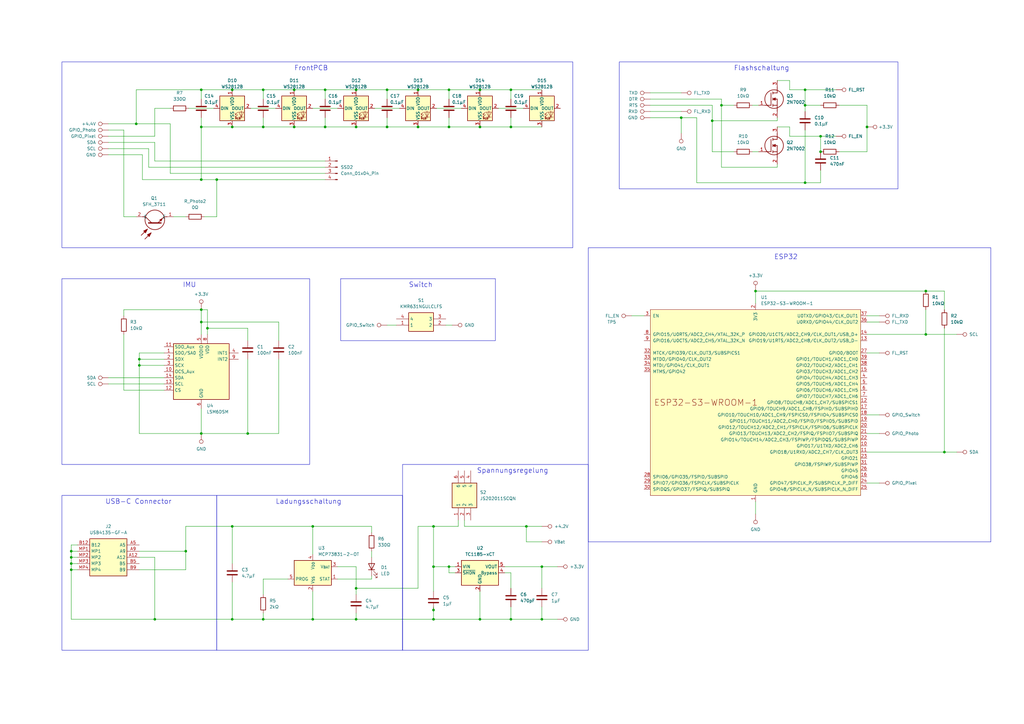
<source format=kicad_sch>
(kicad_sch (version 20230121) (generator eeschema)
  (paper "A3")
  (lib_symbols
    (symbol "2N7002:2N7002" (pin_names hide)
      (property "Reference" "Q" (at 11.43 3.81 0))
      (property "Value" "2N7002" (at 11.43 1.27 0))
      (symbol "2N7002_1_1"
        (pin passive line (at 0 0 0) (length 2.54) (name "G") (number "1"))
        (pin passive line (at 7.62 -5.08 90) (length 2.54) (name "S") (number "2"))
        (pin passive line (at 7.62 10.16 270) (length 2.54) (name "D") (number "3"))
      )
    )
    (symbol "Battery_Management:MCP73831-2-OT"
      (property "Reference" "U" (at -7.62 6.35 0))
      (property "Value" "MCP73831-2-OT" (at 1.27 6.35 0))
      (symbol "MCP73831-2-OT_1_1"
        (pin output line (at 10.16 -2.54 180) (length 2.54) (name "STAT") (number "1"))
        (pin power_in line (at 0 -7.62 90) (length 2.54) (name "V_{SS}") (number "2"))
        (pin power_out line (at 10.16 2.54 180) (length 2.54) (name "V_{BAT}") (number "3"))
        (pin power_in line (at 0 7.62 270) (length 2.54) (name "V_{DD}") (number "4"))
        (pin input line (at -10.16 -2.54 0) (length 2.54) (name "PROG") (number "5"))
      )
    )
    (symbol "Connector:Conn_01x04_Pin" (pin_names (offset 1.016) hide)
      (property "Reference" "J" (at 0 5.08 0))
      (property "Value" "Conn_01x04_Pin" (at 0 -7.62 0))
      (symbol "Conn_01x04_Pin_1_1"
        (pin passive line (at 5.08 2.54 180) (length 3.81) (name "Pin_1") (number "1"))
        (pin passive line (at 5.08 0 180) (length 3.81) (name "Pin_2") (number "2"))
        (pin passive line (at 5.08 -2.54 180) (length 3.81) (name "Pin_3") (number "3"))
        (pin passive line (at 5.08 -5.08 180) (length 3.81) (name "Pin_4") (number "4"))
      )
    )
    (symbol "Connector:TestPoint" (pin_numbers hide) (pin_names (offset 0.762) hide)
      (property "Reference" "TP" (at 0 6.858 0))
      (property "Value" "TestPoint" (at 0 5.08 0))
      (symbol "TestPoint_1_1"
        (pin passive line (at 0 0 90) (length 2.54) (name "1") (number "1"))
      )
    )
    (symbol "Device:C" (pin_numbers hide) (pin_names (offset 0.254))
      (property "Reference" "C" (at 0.635 2.54 0))
      (property "Value" "C" (at 0.635 -2.54 0))
      (symbol "C_1_1"
        (pin passive line (at 0 3.81 270) (length 2.794) (name "~") (number "1"))
        (pin passive line (at 0 -3.81 90) (length 2.794) (name "~") (number "2"))
      )
    )
    (symbol "Device:LED" (pin_numbers hide) (pin_names (offset 1.016) hide)
      (property "Reference" "D" (at 0 2.54 0))
      (property "Value" "LED" (at 0 -2.54 0))
      (symbol "LED_1_1"
        (pin passive line (at -3.81 0 0) (length 2.54) (name "K") (number "1"))
        (pin passive line (at 3.81 0 180) (length 2.54) (name "A") (number "2"))
      )
    )
    (symbol "Device:R" (pin_numbers hide) (pin_names (offset 0))
      (property "Reference" "R" (at 2.032 0 90))
      (property "Value" "R" (at 0 0 90))
      (symbol "R_1_1"
        (pin passive line (at 0 3.81 270) (length 1.27) (name "~") (number "1"))
        (pin passive line (at 0 -3.81 90) (length 1.27) (name "~") (number "2"))
      )
    )
    (symbol "JS202011SCQN:JS202011SCQN"
      (property "Reference" "S" (at 16.51 7.62 0))
      (property "Value" "JS202011SCQN" (at 16.51 5.08 0))
      (symbol "JS202011SCQN_1_1"
        (pin passive line (at 0 0 0) (length 5.08) (name "1") (number "1"))
        (pin passive line (at 0 -2.54 0) (length 5.08) (name "2") (number "2"))
        (pin passive line (at 0 -5.08 0) (length 5.08) (name "3") (number "3"))
        (pin passive line (at 20.32 -5.08 180) (length 5.08) (name "4") (number "4"))
        (pin passive line (at 20.32 -2.54 180) (length 5.08) (name "5") (number "5"))
        (pin passive line (at 20.32 0 180) (length 5.08) (name "6") (number "6"))
      )
    )
    (symbol "KMR631NGULCLFS:KMR631NGULCLFS"
      (property "Reference" "S" (at 16.51 7.62 0))
      (property "Value" "KMR631NGULCLFS" (at 16.51 5.08 0))
      (symbol "KMR631NGULCLFS_1_1"
        (pin passive line (at 0 -2.54 0) (length 5.08) (name "1") (number "1"))
        (pin passive line (at 20.32 -2.54 180) (length 5.08) (name "2") (number "2"))
        (pin passive line (at 20.32 0 180) (length 5.08) (name "3") (number "3"))
        (pin passive line (at 0 0 0) (length 5.08) (name "4") (number "4"))
      )
    )
    (symbol "LED:WS2812B" (pin_names (offset 0.254))
      (property "Reference" "D" (at 5.08 5.715 0))
      (property "Value" "WS2812B" (at 1.27 -5.715 0))
      (symbol "WS2812B_0_0"
        (text "RGB" (at 2.286 -4.191 0) (effects (font (size 0.762 0.762))))
      )
      (symbol "WS2812B_1_1"
        (pin power_in line (at 0 7.62 270) (length 2.54) (name "VDD") (number "1"))
        (pin output line (at 7.62 0 180) (length 2.54) (name "DOUT") (number "2"))
        (pin power_in line (at 0 -7.62 90) (length 2.54) (name "VSS") (number "3"))
        (pin input line (at -7.62 0 0) (length 2.54) (name "DIN") (number "4"))
      )
    )
    (symbol "PCM_Espressif:ESP32-S3-WROOM-1" (pin_names (offset 1.016))
      (property "Reference" "U" (at -43.18 43.18 0))
      (property "Value" "ESP32-S3-WROOM-1" (at -43.18 40.64 0))
      (symbol "ESP32-S3-WROOM-1_0_0"
        (text "ESP32-S3-WROOM-1" (at -20.32 0 0) (effects (font (size 2.54 2.54))))
        (pin power_in line (at 0 -40.64 90) (length 2.54) (name "GND") (number "1"))
        (pin bidirectional line (at 45.72 -17.78 180) (length 2.54) (name "GPIO17/U1TXD/ADC2_CH6") (number "10"))
        (pin bidirectional line (at 45.72 -20.32 180) (length 2.54) (name "GPIO18/U1RXD/ADC2_CH7/CLK_OUT3") (number "11"))
        (pin bidirectional line (at 45.72 0 180) (length 2.54) (name "GPIO8/TOUCH8/ADC1_CH7/SUBSPICS1") (number "12"))
        (pin bidirectional line (at 45.72 25.4 180) (length 2.54) (name "GPIO19/U1RTS/ADC2_CH8/CLK_OUT2/USB_D-") (number "13"))
        (pin bidirectional line (at 45.72 27.94 180) (length 2.54) (name "GPIO20/U1CTS/ADC2_CH9/CLK_OUT1/USB_D+") (number "14"))
        (pin bidirectional line (at 45.72 12.7 180) (length 2.54) (name "GPIO3/TOUCH3/ADC1_CH2") (number "15"))
        (pin bidirectional line (at 45.72 -30.48 180) (length 2.54) (name "GPIO46") (number "16"))
        (pin bidirectional line (at 45.72 -2.54 180) (length 2.54) (name "GPIO9/TOUCH9/ADC1_CH8/FSPIHD/SUBSPIHD") (number "17"))
        (pin bidirectional line (at 45.72 -5.08 180) (length 2.54) (name "GPIO10/TOUCH10/ADC1_CH9/FSPICS0/FSPIIO4/SUBSPICS0") (number "18"))
        (pin bidirectional line (at 45.72 -7.62 180) (length 2.54) (name "GPIO11/TOUCH11/ADC2_CH0/FSPID/FSPIIO5/SUBSPID") (number "19"))
        (pin power_in line (at 0 40.64 270) (length 2.54) (name "3V3") (number "2"))
        (pin bidirectional line (at 45.72 -10.16 180) (length 2.54) (name "GPIO12/TOUCH12/ADC2_CH1/FSPICLK/FSPIIO6/SUBSPICLK") (number "20"))
        (pin bidirectional line (at 45.72 -12.7 180) (length 2.54) (name "GPIO13/TOUCH13/ADC2_CH2/FSPIQ/FSPIIO7/SUBSPIQ") (number "21"))
        (pin bidirectional line (at 45.72 -15.24 180) (length 2.54) (name "GPIO14/TOUCH14/ADC2_CH3/FSPIWP/FSPIDQS/SUBSPIWP") (number "22"))
        (pin bidirectional line (at 45.72 -22.86 180) (length 2.54) (name "GPIO21") (number "23"))
        (pin bidirectional line (at 45.72 -33.02 180) (length 2.54) (name "GPIO47/SPICLK_P/SUBSPICLK_P_DIFF") (number "24"))
        (pin bidirectional line (at 45.72 -35.56 180) (length 2.54) (name "GPIO48/SPICLK_N/SUBSPICLK_N_DIFF") (number "25"))
        (pin bidirectional line (at 45.72 -27.94 180) (length 2.54) (name "GPIO45") (number "26"))
        (pin bidirectional line (at 45.72 20.32 180) (length 2.54) (name "GPIO0/BOOT") (number "27"))
        (pin bidirectional line (at -45.72 -30.48 0) (length 2.54) (name "SPIIO6/GPIO35/FSPID/SUBSPID") (number "28"))
        (pin bidirectional line (at -45.72 -33.02 0) (length 2.54) (name "SPIIO7/GPIO36/FSPICLK/SUBSPICLK") (number "29"))
        (pin input line (at -45.72 35.56 0) (length 2.54) (name "EN") (number "3"))
        (pin bidirectional line (at -45.72 -35.56 0) (length 2.54) (name "SPIDQS/GPIO37/FSPIQ/SUBSPIQ") (number "30"))
        (pin bidirectional line (at 45.72 -25.4 180) (length 2.54) (name "GPIO38/FSPIWP/SUBSPIWP") (number "31"))
        (pin bidirectional line (at -45.72 20.32 0) (length 2.54) (name "MTCK/GPIO39/CLK_OUT3/SUBSPICS1") (number "32"))
        (pin bidirectional line (at -45.72 17.78 0) (length 2.54) (name "MTDO/GPIO40/CLK_OUT2") (number "33"))
        (pin bidirectional line (at -45.72 15.24 0) (length 2.54) (name "MTDI/GPIO41/CLK_OUT1") (number "34"))
        (pin bidirectional line (at -45.72 12.7 0) (length 2.54) (name "MTMS/GPIO42") (number "35"))
        (pin bidirectional line (at 45.72 33.02 180) (length 2.54) (name "U0RXD/GPIO44/CLK_OUT2") (number "36"))
        (pin bidirectional line (at 45.72 35.56 180) (length 2.54) (name "U0TXD/GPIO43/CLK_OUT1") (number "37"))
        (pin bidirectional line (at 45.72 15.24 180) (length 2.54) (name "GPIO2/TOUCH2/ADC1_CH1") (number "38"))
        (pin bidirectional line (at 45.72 17.78 180) (length 2.54) (name "GPIO1/TOUCH1/ADC1_CH0") (number "39"))
        (pin bidirectional line (at 45.72 10.16 180) (length 2.54) (name "GPIO4/TOUCH4/ADC1_CH3") (number "4"))
        (pin passive line (at 0 -40.64 90) (length 2.54) hide (name "GND") (number "40"))
        (pin passive line (at 0 -40.64 90) (length 2.54) hide (name "GND") (number "41"))
        (pin bidirectional line (at 45.72 7.62 180) (length 2.54) (name "GPIO5/TOUCH5/ADC1_CH4") (number "5"))
        (pin bidirectional line (at 45.72 5.08 180) (length 2.54) (name "GPIO6/TOUCH6/ADC1_CH5") (number "6"))
        (pin bidirectional line (at 45.72 2.54 180) (length 2.54) (name "GPIO7/TOUCH7/ADC1_CH6") (number "7"))
        (pin bidirectional line (at -45.72 27.94 0) (length 2.54) (name "GPIO15/U0RTS/ADC2_CH4/XTAL_32K_P") (number "8"))
        (pin bidirectional line (at -45.72 25.4 0) (length 2.54) (name "GPIO16/U0CTS/ADC2_CH5/XTAL_32K_N") (number "9"))
      )
    )
    (symbol "Regulator_Linear:TC1185-xCT"
      (property "Reference" "U" (at -6.35 6.35 0))
      (property "Value" "TC1185-xCT" (at 0 6.35 0))
      (symbol "TC1185-xCT_1_1"
        (pin power_in line (at -10.16 2.54 0) (length 2.54) (name "VIN") (number "1"))
        (pin power_in line (at 0 -7.62 90) (length 2.54) (name "GND") (number "2"))
        (pin input line (at -10.16 0 0) (length 2.54) (name "~{SHDN}") (number "3"))
        (pin passive line (at 10.16 0 180) (length 2.54) (name "Bypass") (number "4"))
        (pin power_out line (at 10.16 2.54 180) (length 2.54) (name "VOUT") (number "5"))
      )
    )
    (symbol "SFH_3711:SFH_3711"
      (property "Reference" "Q" (at 3.81 -6.35 0))
      (property "Value" "SFH_3711" (at 3.81 -8.89 0))
      (symbol "SFH_3711_1_1"
        (pin passive line (at 0 -15.24 90) (length 2.54) (name "E") (number "1"))
        (pin passive line (at 0 0 270) (length 2.54) (name "C") (number "2"))
      )
    )
    (symbol "Sensor_Motion:LSM6DSM"
      (property "Reference" "U" (at -11.43 15.24 0))
      (property "Value" "LSM6DSM" (at -11.43 12.7 0))
      (symbol "LSM6DSM_1_1"
        (pin bidirectional line (at -15.24 7.62 0) (length 3.81) (name "SDO/SA0") (number "1"))
        (pin passive line (at -15.24 0 0) (length 3.81) (name "OCS_Aux") (number "10"))
        (pin bidirectional line (at -15.24 10.16 0) (length 3.81) (name "SDO_Aux") (number "11"))
        (pin input line (at -15.24 -7.62 0) (length 3.81) (name "CS") (number "12"))
        (pin input line (at -15.24 -5.08 0) (length 3.81) (name "SCL") (number "13"))
        (pin bidirectional line (at -15.24 -2.54 0) (length 3.81) (name "SDA") (number "14"))
        (pin bidirectional line (at -15.24 5.08 0) (length 3.81) (name "SDX") (number "2"))
        (pin input line (at -15.24 2.54 0) (length 3.81) (name "SCX") (number "3"))
        (pin output line (at 15.24 7.62 180) (length 3.81) (name "INT1") (number "4"))
        (pin power_in line (at 0 15.24 270) (length 3.81) (name "VDDIO") (number "5"))
        (pin power_in line (at 0 -15.24 90) (length 3.81) (name "GND") (number "6"))
        (pin passive line (at 0 -15.24 90) (length 3.81) hide (name "GND") (number "7"))
        (pin power_in line (at 2.54 15.24 270) (length 3.81) (name "VDD") (number "8"))
        (pin output line (at 15.24 5.08 180) (length 3.81) (name "INT2") (number "9"))
      )
    )
    (symbol "USB4135-GF-A:USB4135-GF-A"
      (property "Reference" "J" (at 21.59 7.62 0))
      (property "Value" "USB4135-GF-A" (at 21.59 5.08 0))
      (symbol "USB4135-GF-A_1_1"
        (pin passive line (at 0 -5.08 0) (length 5.08) (name "A12") (number "A12"))
        (pin passive line (at 0 0 0) (length 5.08) (name "A5") (number "A5"))
        (pin passive line (at 0 -2.54 0) (length 5.08) (name "A9") (number "A9"))
        (pin passive line (at 25.4 0 180) (length 5.08) (name "B12") (number "B12"))
        (pin passive line (at 0 -7.62 0) (length 5.08) (name "B5") (number "B5"))
        (pin passive line (at 0 -10.16 0) (length 5.08) (name "B9") (number "B9"))
        (pin passive line (at 25.4 -2.54 180) (length 5.08) (name "MP1") (number "MP1"))
        (pin passive line (at 25.4 -5.08 180) (length 5.08) (name "MP2") (number "MP2"))
        (pin passive line (at 25.4 -7.62 180) (length 5.08) (name "MP3") (number "MP3"))
        (pin passive line (at 25.4 -10.16 180) (length 5.08) (name "MP4") (number "MP4"))
      )
    )
  )
  (junction (at 128.27 254))
  (junction (at 184.15 36.83))
  (junction (at 209.55 52.07))
  (junction (at 171.45 36.83))
  (junction (at 177.8 250.19))
  (junction (at 82.55 127))
  (junction (at 120.65 52.07))
  (junction (at 209.55 254))
  (junction (at 29.21 228.6))
  (junction (at 177.8 232.41))
  (junction (at 133.35 52.07))
  (junction (at 279.4 48.26))
  (junction (at 29.21 226.06))
  (junction (at 95.25 215.9))
  (junction (at 209.55 36.83))
  (junction (at 57.15 147.32))
  (junction (at 85.09 134.62))
  (junction (at 57.15 149.86))
  (junction (at 177.8 215.9))
  (junction (at 196.85 52.07))
  (junction (at 146.05 36.83))
  (junction (at 95.25 36.83))
  (junction (at 82.55 132.08))
  (junction (at 107.95 254))
  (junction (at 295.91 43.18))
  (junction (at 133.35 36.83))
  (junction (at 330.2 43.18))
  (junction (at 196.85 254))
  (junction (at 128.27 215.9))
  (junction (at 330.2 74.93))
  (junction (at 177.8 254))
  (junction (at 146.05 254))
  (junction (at 387.35 185.42))
  (junction (at 215.9 215.9))
  (junction (at 101.6 177.8))
  (junction (at 95.25 52.07))
  (junction (at 107.95 52.07))
  (junction (at 82.55 177.8))
  (junction (at 63.5 254))
  (junction (at 146.05 52.07))
  (junction (at 82.55 36.83))
  (junction (at 55.88 50.8))
  (junction (at 107.95 36.83))
  (junction (at 336.55 55.88))
  (junction (at 184.15 52.07))
  (junction (at 336.55 62.23))
  (junction (at 379.73 137.16))
  (junction (at 158.75 52.07))
  (junction (at 82.55 73.66))
  (junction (at 184.15 232.41))
  (junction (at 222.25 232.41))
  (junction (at 379.73 119.38))
  (junction (at 196.85 36.83))
  (junction (at 82.55 52.07))
  (junction (at 146.05 241.3))
  (junction (at 95.25 254))
  (junction (at 330.2 36.83))
  (junction (at 309.88 119.38))
  (junction (at 29.21 233.68))
  (junction (at 76.2 226.06))
  (junction (at 222.25 254))
  (junction (at 88.9 73.66))
  (junction (at 355.6 52.07))
  (junction (at 292.1 49.53))
  (junction (at 171.45 52.07))
  (junction (at 158.75 36.83))
  (junction (at 29.21 231.14))
  (junction (at 120.65 36.83))
  (wire (pts (xy 44.45 58.42) (xy 63.5 58.42)))
  (wire (pts (xy 101.6 147.32) (xy 101.6 177.8)))
  (wire (pts (xy 133.35 36.83) (xy 133.35 40.64)))
  (wire (pts (xy 57.15 149.86) (xy 57.15 177.8)))
  (wire (pts (xy 71.12 88.9) (xy 76.2 88.9)))
  (wire (pts (xy 95.25 36.83) (xy 107.95 36.83)))
  (wire (pts (xy 146.05 52.07) (xy 133.35 52.07)))
  (wire (pts (xy 69.85 44.45) (xy 63.5 44.45)))
  (wire (pts (xy 128.27 242.57) (xy 128.27 254)))
  (wire (pts (xy 107.95 237.49) (xy 107.95 243.84)))
  (wire (pts (xy 146.05 52.07) (xy 158.75 52.07)))
  (wire (pts (xy 57.15 177.8) (xy 82.55 177.8)))
  (wire (pts (xy 295.91 68.58) (xy 318.77 68.58)))
  (wire (pts (xy 63.5 44.45) (xy 63.5 55.88)))
  (wire (pts (xy 29.21 223.52) (xy 29.21 226.06)))
  (wire (pts (xy 355.6 144.78) (xy 360.68 144.78)))
  (wire (pts (xy 222.25 232.41) (xy 228.6 232.41)))
  (wire (pts (xy 184.15 232.41) (xy 186.69 232.41)))
  (wire (pts (xy 44.45 60.96) (xy 60.96 60.96)))
  (wire (pts (xy 67.31 147.32) (xy 57.15 147.32)))
  (wire (pts (xy 355.6 177.8) (xy 360.68 177.8)))
  (wire (pts (xy 196.85 52.07) (xy 209.55 52.07)))
  (wire (pts (xy 128.27 254) (xy 146.05 254)))
  (wire (pts (xy 279.4 48.26) (xy 285.75 48.26)))
  (wire (pts (xy 355.6 170.18) (xy 360.68 170.18)))
  (wire (pts (xy 184.15 234.95) (xy 184.15 232.41)))
  (wire (pts (xy 63.5 58.42) (xy 63.5 66.04)))
  (wire (pts (xy 323.85 52.07) (xy 323.85 55.88)))
  (wire (pts (xy 85.09 137.16) (xy 85.09 134.62)))
  (wire (pts (xy 82.55 127) (xy 82.55 132.08)))
  (wire (pts (xy 107.95 237.49) (xy 118.11 237.49)))
  (wire (pts (xy 58.42 63.5) (xy 58.42 73.66)))
  (wire (pts (xy 177.8 250.19) (xy 177.8 254)))
  (wire (pts (xy 186.69 234.95) (xy 184.15 234.95)))
  (wire (pts (xy 82.55 132.08) (xy 82.55 137.16)))
  (wire (pts (xy 355.6 137.16) (xy 379.73 137.16)))
  (wire (pts (xy 29.21 233.68) (xy 31.75 233.68)))
  (wire (pts (xy 190.5 213.36) (xy 190.5 215.9)))
  (wire (pts (xy 171.45 36.83) (xy 184.15 36.83)))
  (wire (pts (xy 128.27 215.9) (xy 128.27 227.33)))
  (wire (pts (xy 146.05 254) (xy 177.8 254)))
  (wire (pts (xy 95.25 215.9) (xy 128.27 215.9)))
  (wire (pts (xy 182.88 133.35) (xy 185.42 133.35)))
  (wire (pts (xy 336.55 55.88) (xy 342.9 55.88)))
  (wire (pts (xy 387.35 185.42) (xy 392.43 185.42)))
  (wire (pts (xy 209.55 248.92) (xy 209.55 254)))
  (wire (pts (xy 196.85 52.07) (xy 184.15 52.07)))
  (wire (pts (xy 184.15 52.07) (xy 184.15 48.26)))
  (wire (pts (xy 209.55 36.83) (xy 209.55 40.64)))
  (wire (pts (xy 177.8 232.41) (xy 184.15 232.41)))
  (wire (pts (xy 266.7 45.72) (xy 279.4 45.72)))
  (wire (pts (xy 95.25 254) (xy 95.25 238.76)))
  (wire (pts (xy 207.01 234.95) (xy 209.55 234.95)))
  (wire (pts (xy 82.55 36.83) (xy 55.88 36.83)))
  (wire (pts (xy 44.45 63.5) (xy 58.42 63.5)))
  (wire (pts (xy 101.6 134.62) (xy 85.09 134.62)))
  (wire (pts (xy 29.21 231.14) (xy 31.75 231.14)))
  (wire (pts (xy 222.25 232.41) (xy 222.25 241.3)))
  (wire (pts (xy 209.55 254) (xy 222.25 254)))
  (wire (pts (xy 60.96 68.58) (xy 133.35 68.58)))
  (wire (pts (xy 187.96 215.9) (xy 187.96 213.36)))
  (wire (pts (xy 146.05 251.46) (xy 146.05 254)))
  (wire (pts (xy 133.35 71.12) (xy 69.85 71.12)))
  (wire (pts (xy 57.15 147.32) (xy 57.15 149.86)))
  (wire (pts (xy 120.65 52.07) (xy 133.35 52.07)))
  (wire (pts (xy 63.5 254) (xy 95.25 254)))
  (wire (pts (xy 292.1 49.53) (xy 292.1 62.23)))
  (wire (pts (xy 82.55 36.83) (xy 82.55 40.64)))
  (wire (pts (xy 323.85 55.88) (xy 336.55 55.88)))
  (wire (pts (xy 295.91 43.18) (xy 300.99 43.18)))
  (wire (pts (xy 82.55 52.07) (xy 82.55 48.26)))
  (wire (pts (xy 69.85 71.12) (xy 69.85 50.8)))
  (wire (pts (xy 266.7 40.64) (xy 295.91 40.64)))
  (wire (pts (xy 158.75 52.07) (xy 158.75 48.26)))
  (wire (pts (xy 57.15 149.86) (xy 67.31 149.86)))
  (wire (pts (xy 58.42 73.66) (xy 82.55 73.66)))
  (wire (pts (xy 63.5 55.88) (xy 44.45 55.88)))
  (wire (pts (xy 29.21 254) (xy 63.5 254)))
  (wire (pts (xy 29.21 228.6) (xy 31.75 228.6)))
  (wire (pts (xy 295.91 43.18) (xy 295.91 68.58)))
  (wire (pts (xy 222.25 254) (xy 228.6 254)))
  (wire (pts (xy 114.3 139.7) (xy 114.3 132.08)))
  (wire (pts (xy 355.6 43.18) (xy 344.17 43.18)))
  (wire (pts (xy 63.5 66.04) (xy 133.35 66.04)))
  (wire (pts (xy 67.31 144.78) (xy 57.15 144.78)))
  (wire (pts (xy 215.9 222.25) (xy 215.9 215.9)))
  (wire (pts (xy 152.4 237.49) (xy 152.4 236.22)))
  (wire (pts (xy 44.45 154.94) (xy 67.31 154.94)))
  (wire (pts (xy 88.9 73.66) (xy 133.35 73.66)))
  (wire (pts (xy 50.8 88.9) (xy 55.88 88.9)))
  (wire (pts (xy 387.35 127) (xy 387.35 119.38)))
  (wire (pts (xy 50.8 129.54) (xy 50.8 127)))
  (wire (pts (xy 120.65 36.83) (xy 133.35 36.83)))
  (wire (pts (xy 222.25 248.92) (xy 222.25 254)))
  (wire (pts (xy 330.2 43.18) (xy 336.55 43.18)))
  (wire (pts (xy 57.15 233.68) (xy 76.2 233.68)))
  (wire (pts (xy 55.88 50.8) (xy 44.45 50.8)))
  (wire (pts (xy 196.85 36.83) (xy 184.15 36.83)))
  (wire (pts (xy 207.01 232.41) (xy 222.25 232.41)))
  (wire (pts (xy 204.47 44.45) (xy 214.63 44.45)))
  (wire (pts (xy 50.8 137.16) (xy 50.8 160.02)))
  (wire (pts (xy 57.15 144.78) (xy 57.15 147.32)))
  (wire (pts (xy 152.4 226.06) (xy 152.4 228.6)))
  (wire (pts (xy 107.95 254) (xy 128.27 254)))
  (wire (pts (xy 171.45 215.9) (xy 177.8 215.9)))
  (wire (pts (xy 120.65 36.83) (xy 107.95 36.83)))
  (wire (pts (xy 387.35 134.62) (xy 387.35 185.42)))
  (wire (pts (xy 259.08 129.54) (xy 264.16 129.54)))
  (wire (pts (xy 57.15 226.06) (xy 76.2 226.06)))
  (wire (pts (xy 177.8 215.9) (xy 177.8 232.41)))
  (wire (pts (xy 330.2 36.83) (xy 330.2 43.18)))
  (wire (pts (xy 209.55 52.07) (xy 209.55 48.26)))
  (wire (pts (xy 55.88 36.83) (xy 55.88 50.8)))
  (wire (pts (xy 152.4 215.9) (xy 152.4 218.44)))
  (wire (pts (xy 133.35 52.07) (xy 133.35 48.26)))
  (wire (pts (xy 190.5 215.9) (xy 215.9 215.9)))
  (wire (pts (xy 171.45 52.07) (xy 184.15 52.07)))
  (wire (pts (xy 379.73 137.16) (xy 392.43 137.16)))
  (wire (pts (xy 285.75 48.26) (xy 285.75 74.93)))
  (wire (pts (xy 107.95 52.07) (xy 107.95 48.26)))
  (wire (pts (xy 88.9 73.66) (xy 88.9 88.9)))
  (wire (pts (xy 128.27 215.9) (xy 152.4 215.9)))
  (wire (pts (xy 50.8 160.02) (xy 67.31 160.02)))
  (wire (pts (xy 138.43 232.41) (xy 146.05 232.41)))
  (wire (pts (xy 330.2 74.93) (xy 336.55 74.93)))
  (wire (pts (xy 57.15 228.6) (xy 63.5 228.6)))
  (wire (pts (xy 330.2 43.18) (xy 330.2 45.72)))
  (wire (pts (xy 266.7 48.26) (xy 279.4 48.26)))
  (wire (pts (xy 292.1 49.53) (xy 318.77 49.53)))
  (wire (pts (xy 76.2 226.06) (xy 76.2 233.68)))
  (wire (pts (xy 95.25 254) (xy 107.95 254)))
  (wire (pts (xy 222.25 222.25) (xy 215.9 222.25)))
  (wire (pts (xy 60.96 60.96) (xy 60.96 68.58)))
  (wire (pts (xy 101.6 177.8) (xy 82.55 177.8)))
  (wire (pts (xy 95.25 52.07) (xy 107.95 52.07)))
  (wire (pts (xy 146.05 36.83) (xy 133.35 36.83)))
  (wire (pts (xy 158.75 133.35) (xy 162.56 133.35)))
  (wire (pts (xy 114.3 147.32) (xy 114.3 177.8)))
  (wire (pts (xy 82.55 167.64) (xy 82.55 177.8)))
  (wire (pts (xy 309.88 119.38) (xy 379.73 119.38)))
  (wire (pts (xy 107.95 36.83) (xy 107.95 40.64)))
  (wire (pts (xy 146.05 241.3) (xy 171.45 241.3)))
  (wire (pts (xy 387.35 119.38) (xy 379.73 119.38)))
  (wire (pts (xy 177.8 232.41) (xy 177.8 242.57)))
  (wire (pts (xy 146.05 241.3) (xy 146.05 243.84)))
  (wire (pts (xy 85.09 134.62) (xy 85.09 127)))
  (wire (pts (xy 29.21 231.14) (xy 29.21 233.68)))
  (wire (pts (xy 295.91 40.64) (xy 295.91 43.18)))
  (wire (pts (xy 50.8 127) (xy 82.55 127)))
  (wire (pts (xy 308.61 62.23) (xy 311.15 62.23)))
  (wire (pts (xy 95.25 52.07) (xy 82.55 52.07)))
  (wire (pts (xy 171.45 36.83) (xy 158.75 36.83)))
  (wire (pts (xy 101.6 139.7) (xy 101.6 134.62)))
  (wire (pts (xy 114.3 177.8) (xy 101.6 177.8)))
  (wire (pts (xy 29.21 233.68) (xy 29.21 254)))
  (wire (pts (xy 152.4 237.49) (xy 138.43 237.49)))
  (wire (pts (xy 44.45 53.34) (xy 50.8 53.34)))
  (wire (pts (xy 266.7 38.1) (xy 279.4 38.1)))
  (wire (pts (xy 323.85 33.02) (xy 323.85 36.83)))
  (wire (pts (xy 285.75 74.93) (xy 330.2 74.93)))
  (wire (pts (xy 222.25 52.07) (xy 209.55 52.07)))
  (wire (pts (xy 50.8 53.34) (xy 50.8 88.9)))
  (wire (pts (xy 184.15 36.83) (xy 184.15 40.64)))
  (wire (pts (xy 300.99 62.23) (xy 292.1 62.23)))
  (wire (pts (xy 215.9 215.9) (xy 222.25 215.9)))
  (wire (pts (xy 120.65 52.07) (xy 107.95 52.07)))
  (wire (pts (xy 29.21 226.06) (xy 29.21 228.6)))
  (wire (pts (xy 153.67 44.45) (xy 163.83 44.45)))
  (wire (pts (xy 344.17 62.23) (xy 355.6 62.23)))
  (wire (pts (xy 355.6 52.07) (xy 355.6 62.23)))
  (wire (pts (xy 309.88 210.82) (xy 309.88 205.74)))
  (wire (pts (xy 318.77 67.31) (xy 318.77 68.58)))
  (wire (pts (xy 95.25 36.83) (xy 82.55 36.83)))
  (wire (pts (xy 330.2 53.34) (xy 330.2 74.93)))
  (wire (pts (xy 29.21 226.06) (xy 31.75 226.06)))
  (wire (pts (xy 95.25 215.9) (xy 95.25 231.14)))
  (wire (pts (xy 177.8 215.9) (xy 187.96 215.9)))
  (wire (pts (xy 209.55 234.95) (xy 209.55 241.3)))
  (wire (pts (xy 379.73 127) (xy 379.73 137.16)))
  (wire (pts (xy 31.75 223.52) (xy 29.21 223.52)))
  (wire (pts (xy 76.2 215.9) (xy 95.25 215.9)))
  (wire (pts (xy 309.88 124.46) (xy 309.88 119.38)))
  (wire (pts (xy 114.3 132.08) (xy 82.55 132.08)))
  (wire (pts (xy 279.4 48.26) (xy 279.4 54.61)))
  (wire (pts (xy 318.77 48.26) (xy 318.77 49.53)))
  (wire (pts (xy 128.27 44.45) (xy 138.43 44.45)))
  (wire (pts (xy 63.5 228.6) (xy 63.5 254)))
  (wire (pts (xy 102.87 44.45) (xy 113.03 44.45)))
  (wire (pts (xy 44.45 157.48) (xy 67.31 157.48)))
  (wire (pts (xy 308.61 43.18) (xy 311.15 43.18)))
  (wire (pts (xy 83.82 88.9) (xy 88.9 88.9)))
  (wire (pts (xy 196.85 242.57) (xy 196.85 254)))
  (wire (pts (xy 355.6 43.18) (xy 355.6 52.07)))
  (wire (pts (xy 171.45 52.07) (xy 158.75 52.07)))
  (wire (pts (xy 76.2 215.9) (xy 76.2 226.06)))
  (wire (pts (xy 196.85 254) (xy 209.55 254)))
  (wire (pts (xy 222.25 36.83) (xy 209.55 36.83)))
  (wire (pts (xy 292.1 43.18) (xy 292.1 49.53)))
  (wire (pts (xy 29.21 228.6) (xy 29.21 231.14)))
  (wire (pts (xy 82.55 52.07) (xy 82.55 73.66)))
  (wire (pts (xy 177.8 248.92) (xy 177.8 250.19)))
  (wire (pts (xy 77.47 44.45) (xy 87.63 44.45)))
  (wire (pts (xy 355.6 132.08) (xy 360.68 132.08)))
  (wire (pts (xy 196.85 36.83) (xy 209.55 36.83)))
  (wire (pts (xy 355.6 129.54) (xy 360.68 129.54)))
  (wire (pts (xy 336.55 55.88) (xy 336.55 62.23)))
  (wire (pts (xy 82.55 73.66) (xy 88.9 73.66)))
  (wire (pts (xy 355.6 198.12) (xy 360.68 198.12)))
  (wire (pts (xy 69.85 50.8) (xy 55.88 50.8)))
  (wire (pts (xy 266.7 43.18) (xy 292.1 43.18)))
  (wire (pts (xy 323.85 36.83) (xy 330.2 36.83)))
  (wire (pts (xy 146.05 232.41) (xy 146.05 241.3)))
  (wire (pts (xy 177.8 254) (xy 196.85 254)))
  (wire (pts (xy 146.05 36.83) (xy 158.75 36.83)))
  (wire (pts (xy 355.6 185.42) (xy 387.35 185.42)))
  (wire (pts (xy 85.09 127) (xy 82.55 127)))
  (wire (pts (xy 171.45 241.3) (xy 171.45 215.9)))
  (wire (pts (xy 107.95 251.46) (xy 107.95 254)))
  (wire (pts (xy 158.75 36.83) (xy 158.75 40.64)))
  (wire (pts (xy 179.07 44.45) (xy 189.23 44.45)))
  (wire (pts (xy 318.77 33.02) (xy 323.85 33.02)))
  (wire (pts (xy 330.2 36.83) (xy 342.9 36.83)))
  (wire (pts (xy 318.77 52.07) (xy 323.85 52.07)))
  (wire (pts (xy 336.55 69.85) (xy 336.55 74.93)))
  (rectangle (start 254 25.4) (end 368.3 77.47))
  (rectangle (start 25.4 25.4) (end 234.95 101.6))
  (rectangle (start 25.4 203.2) (end 88.9 266.7))
  (rectangle (start 25.4 114.3) (end 127 190.5))
  (rectangle (start 241.3 101.6) (end 406.4 222.25))
  (rectangle (start 139.7 114.3) (end 203.2 139.7))
  (rectangle (start 165.1 190.5) (end 241.3 266.7))
  (rectangle (start 88.9 203.2) (end 165.1 266.7))
  (text "Ladungsschaltung" (at 113.03 207.01 0) (effects (font (size 2 2)) (justify left bottom)))
  (text "IMU\n" (at 74.93 118.11 0) (effects (font (size 2 2)) (justify left bottom)))
  (text "FrontPCB" (at 120.65 29.21 0) (effects (font (size 2 2)) (justify left bottom)))
  (text "USB-C Connector" (at 43.18 207.01 0) (effects (font (size 2 2)) (justify left bottom)))
  (text "Switch" (at 167.64 118.11 0) (effects (font (size 2 2)) (justify left bottom)))
  (text "Spannungsregelung\n" (at 195.58 194.31 0) (effects (font (size 2 2)) (justify left bottom)))
  (text "ESP32" (at 317.5 106.68 0) (effects (font (size 2 2)) (justify left bottom)))
  (text "Flashschaltung" (at 300.99 29.21 0) (effects (font (size 2 2)) (justify left bottom)))
  (symbol (lib_id "Connector:Conn_01x04_Pin") (at 138.43 68.58 0) (mirror y) (unit 1)
    (property "Reference" "SSD2" (at 139.7 68.58 0) (effects (justify right)))
    (property "Value" "Conn_01x04_Pin" (at 139.7 71.12 0) (effects (justify right)))
    (property "Footprint" "Connector_PinHeader_2.54mm:PinHeader_1x04_P2.54mm_Vertical_SMD_Pin1Left" (effects hide))
  )
  (symbol (lib_id "Device:C") (at 133.35 44.45 0) (unit 1)
    (property "Reference" "C16" (at 134.62 39.37 0) (effects (justify left)))
    (property "Value" "0.1µF" (at 134.62 41.91 0) (effects (justify left)))
    (property "Footprint" "Capacitor_SMD:C_0805_2012Metric" (effects hide))
  )
  (symbol (lib_id "Connector:TestPoint") (at 355.6 52.07 270) (unit 1)
    (property "Reference" "TP7" (effects hide))
    (property "Value" "+3.3V" (at 363.22 52.07 90))
    (property "Footprint" "TestPoint:TestPoint_Pad_2.0x2.0mm" (effects hide))
  )
  (symbol (lib_id "Connector:TestPoint") (at 185.42 133.35 270) (mirror x) (unit 1)
    (property "Reference" "TP28" (effects hide))
    (property "Value" "GND" (at 190.5 133.35 90) (effects (justify left)))
    (property "Footprint" "TestPoint:TestPoint_Pad_2.0x2.0mm" (effects hide))
  )
  (symbol (lib_id "Device:R") (at 340.36 62.23 90) (unit 1)
    (property "Reference" "R12" (at 340.36 55.88 90))
    (property "Value" "10kΩ" (at 340.36 58.42 90))
    (property "Footprint" "Resistor_SMD:R_0805_2012Metric" (effects hide))
  )
  (symbol (lib_id "Connector:TestPoint") (at 82.55 177.8 180) (unit 1)
    (property "Reference" "TP27" (effects hide))
    (property "Value" "GND" (at 82.55 184.15 0))
    (property "Footprint" "TestPoint:TestPoint_Pad_2.0x2.0mm" (effects hide))
  )
  (symbol (lib_id "Connector:TestPoint") (at 266.7 48.26 90) (unit 1)
    (property "Reference" "TP12" (effects hide))
    (property "Value" "GND" (at 261.62 48.26 90) (effects (justify left)))
    (property "Footprint" "TestPoint:TestPoint_Pad_2.0x2.0mm" (effects hide))
  )
  (symbol (lib_id "Connector:TestPoint") (at 392.43 137.16 270) (unit 1)
    (property "Reference" "TP22" (effects hide))
    (property "Value" "SCL" (at 397.51 137.16 90) (effects (justify left)))
    (property "Footprint" "TestPoint:TestPoint_Pad_2.0x2.0mm" (effects hide))
  )
  (symbol (lib_id "Connector:TestPoint") (at 360.68 170.18 270) (unit 1)
    (property "Reference" "TP30" (effects hide))
    (property "Value" "GPIO_Switch" (at 365.76 170.18 90) (effects (justify left)))
    (property "Footprint" "TestPoint:TestPoint_Pad_2.0x2.0mm" (effects hide))
  )
  (symbol (lib_id "Device:C") (at 184.15 44.45 0) (unit 1)
    (property "Reference" "C18" (at 185.42 39.37 0) (effects (justify left)))
    (property "Value" "0.1µF" (at 185.42 41.91 0) (effects (justify left)))
    (property "Footprint" "Capacitor_SMD:C_0805_2012Metric" (effects hide))
  )
  (symbol (lib_id "Device:C") (at 330.2 49.53 0) (unit 1)
    (property "Reference" "C10" (at 334.01 48.26 0) (effects (justify left)))
    (property "Value" "0.1µF" (at 334.01 50.8 0) (effects (justify left)))
    (property "Footprint" "Capacitor_SMD:C_0805_2012Metric" (effects hide))
  )
  (symbol (lib_id "Device:R") (at 73.66 44.45 90) (unit 1)
    (property "Reference" "R7" (at 73.66 38.1 90))
    (property "Value" "330Ω" (at 73.66 40.64 90))
    (property "Footprint" "Resistor_SMD:R_0805_2012Metric" (effects hide))
  )
  (symbol (lib_id "Connector:TestPoint") (at 360.68 132.08 270) (unit 1)
    (property "Reference" "TP3" (effects hide))
    (property "Value" "FL_TXD" (at 365.76 132.08 90) (effects (justify left)))
    (property "Footprint" "TestPoint:TestPoint_Pad_2.0x2.0mm" (effects hide))
  )
  (symbol (lib_id "LED:WS2812B") (at 222.25 44.45 0) (unit 1)
    (property "Reference" "D15" (at 222.25 33.02 0))
    (property "Value" "WS2812B" (at 222.25 35.56 0))
    (property "Footprint" "LED_SMD:LED_WS2812B_PLCC4_5.0x5.0mm_P3.2mm" (effects hide))
    (property "Datasheet" "https://cdn-shop.adafruit.com/datasheets/WS2812B.pdf" (effects hide))
  )
  (symbol (lib_id "Connector:TestPoint") (at 342.9 36.83 270) (unit 1)
    (property "Reference" "TP17" (effects hide))
    (property "Value" "FL_RST" (at 347.98 36.83 90) (effects (justify left)))
    (property "Footprint" "TestPoint:TestPoint_Pad_2.0x2.0mm" (effects hide))
  )
  (symbol (lib_id "KMR631NGULCLFS:KMR631NGULCLFS") (at 162.56 130.81 0) (unit 1)
    (property "Reference" "S1" (at 172.72 123.19 0))
    (property "Value" "KMR631NGULCLFS" (at 172.72 125.73 0))
    (property "Footprint" "KMR621NG" (effects hide))
    (property "Datasheet" "https://www.ckswitches.com/media/1907/kmr6.pdf" (effects hide))
    (property "Mouser Part Number" "611-KMR631NGULCLFS" (effects hide))
    (property "Mouser Price/Stock" "https://www.mouser.co.uk/ProductDetail/CK/KMR631NGULCLFS?qs=HXFqYaX1Q2xBA5gT0%2FzYzA%3D%3D" (effects hide))
    (property "Manufacturer_Name" "C & K COMPONENTS" (effects hide))
    (property "Manufacturer_Part_Number" "KMR631NGULCLFS" (effects hide))
  )
  (symbol (lib_id "Connector:TestPoint") (at 360.68 198.12 270) (mirror x) (unit 1)
    (property "Reference" "TP38" (effects hide))
    (property "Value" "GPIO_Pixel" (at 365.76 198.12 90) (effects (justify left)))
    (property "Footprint" "TestPoint:TestPoint_Pad_2.0x2.0mm" (effects hide))
  )
  (symbol (lib_id "Device:C") (at 107.95 44.45 0) (unit 1)
    (property "Reference" "C15" (at 109.22 39.37 0) (effects (justify left)))
    (property "Value" "0.1µF" (at 109.22 41.91 0) (effects (justify left)))
    (property "Footprint" "Capacitor_SMD:C_0805_2012Metric" (effects hide))
  )
  (symbol (lib_id "Device:C") (at 209.55 44.45 0) (unit 1)
    (property "Reference" "C19" (at 210.82 39.37 0) (effects (justify left)))
    (property "Value" "0.1µF" (at 210.82 41.91 0) (effects (justify left)))
    (property "Footprint" "Capacitor_SMD:C_0805_2012Metric" (effects hide))
  )
  (symbol (lib_id "Connector:TestPoint") (at 222.25 215.9 270) (unit 1)
    (property "Reference" "TP18" (effects hide))
    (property "Value" "+4.2V" (at 227.33 215.9 90) (effects (justify left)))
    (property "Footprint" "TestPoint:TestPoint_Pad_2.0x2.0mm" (effects hide))
  )
  (symbol (lib_id "Device:C") (at 209.55 245.11 0) (unit 1)
    (property "Reference" "C6" (at 213.36 243.84 0) (effects (justify left)))
    (property "Value" "470pF" (at 213.36 246.38 0) (effects (justify left)))
    (property "Footprint" "Capacitor_SMD:C_0805_2012Metric" (effects hide))
  )
  (symbol (lib_id "PCM_Espressif:ESP32-S3-WROOM-1") (at 309.88 165.1 0) (unit 1)
    (property "Reference" "U1" (at 312.0741 121.92 0) (effects (justify left)))
    (property "Value" "ESP32-S3-WROOM-1" (at 312.0741 124.46 0) (effects (justify left)))
    (property "Footprint" "PCM_Espressif:ESP32-S3-WROOM-1" (effects hide))
    (property "Datasheet" "https://www.espressif.com/sites/default/files/documentation/esp32-s3-wroom-1_wroom-1u_datasheet_en.pdf" (effects hide))
  )
  (symbol (lib_id "Connector:TestPoint") (at 44.45 60.96 90) (mirror x) (unit 1)
    (property "Reference" "TP35" (effects hide))
    (property "Value" "SCL" (at 39.37 60.96 90) (effects (justify left)))
    (property "Footprint" "TestPoint:TestPoint_Pad_2.0x2.0mm" (effects hide))
  )
  (symbol (lib_id "Device:R") (at 379.73 123.19 180) (unit 1)
    (property "Reference" "R1" (at 382.27 121.92 0) (effects (justify right)))
    (property "Value" "10kΩ" (at 382.27 124.46 0) (effects (justify right)))
    (property "Footprint" "Resistor_SMD:R_0805_2012Metric" (effects hide))
  )
  (symbol (lib_id "Device:R") (at 50.8 133.35 180) (unit 1)
    (property "Reference" "R3" (at 53.34 132.08 0) (effects (justify right)))
    (property "Value" "10kΩ" (at 53.34 134.62 0) (effects (justify right)))
    (property "Footprint" "Resistor_SMD:R_0805_2012Metric" (effects hide))
  )
  (symbol (lib_id "Device:C") (at 177.8 246.38 0) (unit 1)
    (property "Reference" "C5" (at 181.61 245.11 0) (effects (justify left)))
    (property "Value" "1µF" (at 181.61 247.65 0) (effects (justify left)))
    (property "Footprint" "Capacitor_SMD:C_0805_2012Metric" (effects hide))
  )
  (symbol (lib_id "Connector:TestPoint") (at 259.08 129.54 90) (unit 1)
    (property "Reference" "TP5" (at 252.73 132.08 90) (effects (justify left)))
    (property "Value" "FL_EN" (at 254 129.54 90) (effects (justify left)))
    (property "Footprint" "TestPoint:TestPoint_Pad_2.0x2.0mm" (effects hide))
  )
  (symbol (lib_id "Device:C") (at 146.05 247.65 0) (unit 1)
    (property "Reference" "C4" (at 149.86 246.38 0) (effects (justify left)))
    (property "Value" "4.7µF" (at 149.86 248.92 0) (effects (justify left)))
    (property "Footprint" "Capacitor_SMD:C_0805_2012Metric" (effects hide))
  )
  (symbol (lib_id "Device:C") (at 114.3 143.51 0) (unit 1)
    (property "Reference" "C2" (at 118.11 142.24 0) (effects (justify left)))
    (property "Value" "100nF" (at 118.11 144.78 0) (effects (justify left)))
    (property "Footprint" "Capacitor_SMD:C_0805_2012Metric" (effects hide))
  )
  (symbol (lib_id "Connector:TestPoint") (at 44.45 157.48 90) (mirror x) (unit 1)
    (property "Reference" "TP24" (effects hide))
    (property "Value" "SCL" (at 39.37 157.48 90) (effects (justify left)))
    (property "Footprint" "TestPoint:TestPoint_Pad_2.0x2.0mm" (effects hide))
  )
  (symbol (lib_id "Connector:TestPoint") (at 158.75 133.35 90) (unit 1)
    (property "Reference" "TP29" (effects hide))
    (property "Value" "GPIO_Switch" (at 153.67 133.35 90) (effects (justify left)))
    (property "Footprint" "TestPoint:TestPoint_Pad_2.0x2.0mm" (effects hide))
  )
  (symbol (lib_id "Connector:TestPoint") (at 44.45 154.94 90) (mirror x) (unit 1)
    (property "Reference" "TP25" (effects hide))
    (property "Value" "SDA" (at 39.37 154.94 90) (effects (justify left)))
    (property "Footprint" "TestPoint:TestPoint_Pad_2.0x2.0mm" (effects hide))
  )
  (symbol (lib_id "Device:C") (at 95.25 234.95 0) (unit 1)
    (property "Reference" "C3" (at 99.06 233.68 0) (effects (justify left)))
    (property "Value" "4.7µF" (at 99.06 236.22 0) (effects (justify left)))
    (property "Footprint" "Capacitor_SMD:C_0805_2012Metric" (effects hide))
  )
  (symbol (lib_id "Device:R") (at 304.8 43.18 90) (unit 1)
    (property "Reference" "R9" (at 304.8 36.83 90))
    (property "Value" "10kΩ" (at 304.8 39.37 90))
    (property "Footprint" "Resistor_SMD:R_0805_2012Metric" (effects hide))
  )
  (symbol (lib_id "Device:R") (at 304.8 62.23 90) (unit 1)
    (property "Reference" "R10" (at 304.8 55.88 90))
    (property "Value" "10kΩ" (at 304.8 58.42 90))
    (property "Footprint" "Resistor_SMD:R_0805_2012Metric" (effects hide))
  )
  (symbol (lib_id "Connector:TestPoint") (at 279.4 38.1 270) (unit 1)
    (property "Reference" "TP16" (effects hide))
    (property "Value" "FL_TXD" (at 284.48 38.1 90) (effects (justify left)))
    (property "Footprint" "TestPoint:TestPoint_Pad_2.0x2.0mm" (effects hide))
  )
  (symbol (lib_id "Connector:TestPoint") (at 228.6 232.41 270) (unit 1)
    (property "Reference" "TP20" (effects hide))
    (property "Value" "+3.3V" (at 233.68 232.41 90) (effects (justify left)))
    (property "Footprint" "TestPoint:TestPoint_Pad_2.0x2.0mm" (effects hide))
  )
  (symbol (lib_id "Device:R") (at 340.36 43.18 90) (unit 1)
    (property "Reference" "R11" (at 340.36 36.83 90))
    (property "Value" "10kΩ" (at 340.36 39.37 90))
    (property "Footprint" "Resistor_SMD:R_0805_2012Metric" (effects hide))
  )
  (symbol (lib_id "Connector:TestPoint") (at 309.88 119.38 0) (unit 1)
    (property "Reference" "TP1" (effects hide))
    (property "Value" "+3.3V" (at 309.88 113.03 0))
    (property "Footprint" "TestPoint:TestPoint_Pad_2.0x2.0mm" (effects hide))
  )
  (symbol (lib_id "JS202011SCQN:JS202011SCQN") (at 187.96 213.36 90) (unit 1)
    (property "Reference" "S2" (at 196.85 201.93 90) (effects (justify right)))
    (property "Value" "JS202011SCQN" (at 196.85 204.47 90) (effects (justify right)))
    (property "Footprint" "JS202011SCQN" (effects hide))
    (property "Datasheet" "https://www.ckswitches.com/media/1422/js.pdf" (effects hide))
    (property "Height" "5.5" (effects hide))
    (property "Mouser Part Number" "611-JS202011SCQN" (effects hide))
    (property "Mouser Price/Stock" "https://www.mouser.co.uk/ProductDetail/CK/JS202011SCQN?qs=LgMIjt8LuD95JYWxZ7NvZA%3D%3D" (effects hide))
    (property "Manufacturer_Name" "C & K COMPONENTS" (effects hide))
    (property "Manufacturer_Part_Number" "JS202011SCQN" (effects hide))
  )
  (symbol (lib_id "Connector:TestPoint") (at 266.7 40.64 90) (unit 1)
    (property "Reference" "TP9" (effects hide))
    (property "Value" "DTR" (at 261.62 40.64 90) (effects (justify left)))
    (property "Footprint" "TestPoint:TestPoint_Pad_2.0x2.0mm" (effects hide))
  )
  (symbol (lib_id "Connector:TestPoint") (at 392.43 185.42 270) (unit 1)
    (property "Reference" "TP23" (effects hide))
    (property "Value" "SDA" (at 397.51 185.42 90) (effects (justify left)))
    (property "Footprint" "TestPoint:TestPoint_Pad_2.0x2.0mm" (effects hide))
  )
  (symbol (lib_id "Device:C") (at 222.25 245.11 0) (unit 1)
    (property "Reference" "C7" (at 226.06 243.84 0) (effects (justify left)))
    (property "Value" "1µF" (at 226.06 246.38 0) (effects (justify left)))
    (property "Footprint" "Capacitor_SMD:C_0805_2012Metric" (effects hide))
  )
  (symbol (lib_id "LED:WS2812B") (at 95.25 44.45 0) (unit 1)
    (property "Reference" "D10" (at 95.25 33.02 0))
    (property "Value" "WS2812B" (at 95.25 35.56 0))
    (property "Footprint" "LED_SMD:LED_WS2812B_PLCC4_5.0x5.0mm_P3.2mm" (effects hide))
    (property "Datasheet" "https://cdn-shop.adafruit.com/datasheets/WS2812B.pdf" (effects hide))
  )
  (symbol (lib_id "Device:R") (at 107.95 247.65 0) (unit 1)
    (property "Reference" "R5" (at 110.49 246.38 0) (effects (justify left)))
    (property "Value" "2kΩ" (at 110.49 248.92 0) (effects (justify left)))
    (property "Footprint" "Resistor_SMD:R_0805_2012Metric" (effects hide))
  )
  (symbol (lib_id "Connector:TestPoint") (at 266.7 38.1 90) (unit 1)
    (property "Reference" "TP8" (effects hide))
    (property "Value" "TXD" (at 261.62 38.1 90) (effects (justify left)))
    (property "Footprint" "TestPoint:TestPoint_Pad_2.0x2.0mm" (effects hide))
  )
  (symbol (lib_id "Device:R") (at 152.4 222.25 0) (unit 1)
    (property "Reference" "R6" (at 154.94 220.98 0) (effects (justify left)))
    (property "Value" "330Ω" (at 154.94 223.52 0) (effects (justify left)))
    (property "Footprint" "Resistor_SMD:R_0805_2012Metric" (effects hide))
  )
  (symbol (lib_id "Device:C") (at 336.55 66.04 0) (unit 1)
    (property "Reference" "C11" (at 340.36 64.77 0) (effects (justify left)))
    (property "Value" "470nF" (at 340.36 67.31 0) (effects (justify left)))
    (property "Footprint" "Capacitor_SMD:C_0805_2012Metric" (effects hide))
  )
  (symbol (lib_id "LED:WS2812B") (at 171.45 44.45 0) (unit 1)
    (property "Reference" "D13" (at 171.45 33.02 0))
    (property "Value" "WS2812B" (at 171.45 35.56 0))
    (property "Footprint" "LED_SMD:LED_WS2812B_PLCC4_5.0x5.0mm_P3.2mm" (effects hide))
    (property "Datasheet" "https://cdn-shop.adafruit.com/datasheets/WS2812B.pdf" (effects hide))
  )
  (symbol (lib_id "Sensor_Motion:LSM6DSM") (at 82.55 152.4 0) (unit 1)
    (property "Reference" "U4" (at 84.7441 166.37 0) (effects (justify left)))
    (property "Value" "LSM6DSM" (at 84.7441 168.91 0) (effects (justify left)))
    (property "Footprint" "Package_LGA:LGA-14_3x2.5mm_P0.5mm_LayoutBorder3x4y" (effects hide))
    (property "Datasheet" "https://www.st.com/resource/en/datasheet/lsm6dsm.pdf" (effects hide))
  )
  (symbol (lib_id "2N7002:2N7002") (at 311.15 62.23 0) (unit 1)
    (property "Reference" "Q2" (at 322.58 58.42 0) (effects (justify left)))
    (property "Value" "2N7002" (at 322.58 60.96 0) (effects (justify left)))
    (property "Footprint" "SOT96P240X120-3N" (effects hide))
    (property "Datasheet" "https://www.onsemi.com/pub/Collateral/NDS7002A-D.PDF" (effects hide))
    (property "Height" "1.2" (effects hide))
    (property "Mouser Part Number" "512-2N7002" (effects hide))
    (property "Mouser Price/Stock" "https://www.mouser.co.uk/ProductDetail/onsemi-Fairchild/2N7002?qs=0dwsXDNhqlz66WJJhrTFjQ%3D%3D" (effects hide))
    (property "Manufacturer_Name" "onsemi" (effects hide))
    (property "Manufacturer_Part_Number" "2N7002" (effects hide))
  )
  (symbol (lib_id "Connector:TestPoint") (at 44.45 63.5 90) (mirror x) (unit 1)
    (property "Reference" "TP32" (effects hide))
    (property "Value" "GND" (at 39.37 63.5 90) (effects (justify left)))
    (property "Footprint" "TestPoint:TestPoint_Pad_2.0x2.0mm" (effects hide))
  )
  (symbol (lib_id "Regulator_Linear:TC1185-xCT") (at 196.85 234.95 0) (unit 1)
    (property "Reference" "U2" (at 196.85 224.79 0))
    (property "Value" "TC1185-xCT" (at 196.85 227.33 0))
    (property "Footprint" "Package_TO_SOT_SMD:SOT-23-5" (effects hide))
    (property "Datasheet" "https://ww1.microchip.com/downloads/aemDocuments/documents/APID/ProductDocuments/DataSheets/21335e.pdf" (effects hide))
  )
  (symbol (lib_id "Device:R") (at 80.01 88.9 270) (mirror x) (unit 1)
    (property "Reference" "R_Photo2" (at 80.01 82.55 90))
    (property "Value" "0Ω" (at 80.01 85.09 90))
    (property "Footprint" "Resistor_SMD:R_0805_2012Metric" (effects hide))
  )
  (symbol (lib_id "Connector:TestPoint") (at 44.45 55.88 90) (unit 1)
    (property "Reference" "TP33" (effects hide))
    (property "Value" "GPIO_Pixel" (at 39.37 55.88 90) (effects (justify left)))
    (property "Footprint" "TestPoint:TestPoint_Pad_2.0x2.0mm" (effects hide))
  )
  (symbol (lib_id "Connector:TestPoint") (at 44.45 53.34 90) (unit 1)
    (property "Reference" "TP31" (effects hide))
    (property "Value" "GPIO_Photo" (at 39.37 53.34 90) (effects (justify left)))
    (property "Footprint" "TestPoint:TestPoint_Pad_2.0x2.0mm" (effects hide))
  )
  (symbol (lib_id "Device:C") (at 158.75 44.45 0) (unit 1)
    (property "Reference" "C17" (at 160.02 39.37 0) (effects (justify left)))
    (property "Value" "0.1µF" (at 160.02 41.91 0) (effects (justify left)))
    (property "Footprint" "Capacitor_SMD:C_0805_2012Metric" (effects hide))
  )
  (symbol (lib_id "LED:WS2812B") (at 120.65 44.45 0) (unit 1)
    (property "Reference" "D11" (at 120.65 33.02 0))
    (property "Value" "WS2812B" (at 120.65 35.56 0))
    (property "Footprint" "LED_SMD:LED_WS2812B_PLCC4_5.0x5.0mm_P3.2mm" (effects hide))
    (property "Datasheet" "https://cdn-shop.adafruit.com/datasheets/WS2812B.pdf" (effects hide))
  )
  (symbol (lib_id "Connector:TestPoint") (at 266.7 43.18 90) (unit 1)
    (property "Reference" "TP10" (effects hide))
    (property "Value" "RTS" (at 261.62 43.18 90) (effects (justify left)))
    (property "Footprint" "TestPoint:TestPoint_Pad_2.0x2.0mm" (effects hide))
  )
  (symbol (lib_id "Connector:TestPoint") (at 360.68 129.54 270) (unit 1)
    (property "Reference" "TP2" (effects hide))
    (property "Value" "FL_RXD" (at 365.76 129.54 90) (effects (justify left)))
    (property "Footprint" "TestPoint:TestPoint_Pad_2.0x2.0mm" (effects hide))
  )
  (symbol (lib_id "Connector:TestPoint") (at 279.4 45.72 270) (unit 1)
    (property "Reference" "TP15" (effects hide))
    (property "Value" "FL_RXD" (at 284.48 45.72 90) (effects (justify left)))
    (property "Footprint" "TestPoint:TestPoint_Pad_2.0x2.0mm" (effects hide))
  )
  (symbol (lib_id "USB4135-GF-A:USB4135-GF-A") (at 57.15 223.52 0) (mirror y) (unit 1)
    (property "Reference" "J2" (at 44.45 215.9 0))
    (property "Value" "USB4135-GF-A" (at 44.45 218.44 0))
    (property "Footprint" "USB4135GFA" (effects hide))
    (property "Height" "3.5" (effects hide))
    (property "Mouser Part Number" "640-USB4135-GF-A" (effects hide))
    (property "Mouser Price/Stock" "https://www.mouser.co.uk/ProductDetail/GCT/USB4135-GF-A?qs=Li%252BoUPsLEnt6HRo6RUvaXA%3D%3D" (effects hide))
    (property "Manufacturer_Name" "GCT (GLOBAL CONNECTOR TECHNOLOGY)" (effects hide))
    (property "Manufacturer_Part_Number" "USB4135-GF-A" (effects hide))
  )
  (symbol (lib_id "Connector:TestPoint") (at 279.4 54.61 180) (unit 1)
    (property "Reference" "TP13" (effects hide))
    (property "Value" "GND" (at 279.4 60.96 0))
    (property "Footprint" "TestPoint:TestPoint_Pad_2.0x2.0mm" (effects hide))
  )
  (symbol (lib_id "SFH_3711:SFH_3711") (at 55.88 88.9 90) (unit 1)
    (property "Reference" "Q1" (at 63.246 81.28 90))
    (property "Value" "SFH_3711" (at 63.246 83.82 90))
    (property "Footprint" "SFH3711" (effects hide))
    (property "Datasheet" "https://datasheet.datasheetarchive.com/originals/distributors/DKDS41/DSANUWW0036837.pdf" (effects hide))
    (property "Height" "0.95" (effects hide))
    (property "Mouser Part Number" "720-SFH3711" (effects hide))
    (property "Mouser Price/Stock" "https://www.mouser.co.uk/ProductDetail/OSRAM-Opto-Semiconductors/SFH-3711?qs=pCZPOPZMYPi55WwRvG5mpg%3D%3D" (effects hide))
    (property "Manufacturer_Name" "OSRAM" (effects hide))
    (property "Manufacturer_Part_Number" "SFH 3711" (effects hide))
  )
  (symbol (lib_id "Connector:TestPoint") (at 360.68 144.78 270) (unit 1)
    (property "Reference" "TP4" (effects hide))
    (property "Value" "FL_RST" (at 365.76 144.78 90) (effects (justify left)))
    (property "Footprint" "TestPoint:TestPoint_Pad_2.0x2.0mm" (effects hide))
  )
  (symbol (lib_id "LED:WS2812B") (at 196.85 44.45 0) (unit 1)
    (property "Reference" "D14" (at 196.85 33.02 0))
    (property "Value" "WS2812B" (at 196.85 35.56 0))
    (property "Footprint" "LED_SMD:LED_WS2812B_PLCC4_5.0x5.0mm_P3.2mm" (effects hide))
    (property "Datasheet" "https://cdn-shop.adafruit.com/datasheets/WS2812B.pdf" (effects hide))
  )
  (symbol (lib_id "Connector:TestPoint") (at 360.68 177.8 270) (mirror x) (unit 1)
    (property "Reference" "TP37" (effects hide))
    (property "Value" "GPIO_Photo" (at 365.76 177.8 90) (effects (justify left)))
    (property "Footprint" "TestPoint:TestPoint_Pad_2.0x2.0mm" (effects hide))
  )
  (symbol (lib_id "Connector:TestPoint") (at 82.55 127 0) (unit 1)
    (property "Reference" "TP26" (effects hide))
    (property "Value" "+3.3V" (at 82.55 120.65 0))
    (property "Footprint" "TestPoint:TestPoint_Pad_2.0x2.0mm" (effects hide))
  )
  (symbol (lib_id "Connector:TestPoint") (at 222.25 222.25 270) (unit 1)
    (property "Reference" "TP19" (effects hide))
    (property "Value" "VBat" (at 227.33 222.25 90) (effects (justify left)))
    (property "Footprint" "TestPoint:TestPoint_Pad_2.0x2.0mm" (effects hide))
  )
  (symbol (lib_id "Device:R") (at 387.35 130.81 180) (unit 1)
    (property "Reference" "R2" (at 389.89 129.54 0) (effects (justify right)))
    (property "Value" "10kΩ" (at 389.89 132.08 0) (effects (justify right)))
    (property "Footprint" "Resistor_SMD:R_0805_2012Metric" (effects hide))
  )
  (symbol (lib_id "2N7002:2N7002") (at 311.15 43.18 0) (unit 1)
    (property "Reference" "Q3" (at 322.58 39.37 0) (effects (justify left)))
    (property "Value" "2N7002" (at 322.58 41.91 0) (effects (justify left)))
    (property "Footprint" "SOT96P240X120-3N" (effects hide))
    (property "Datasheet" "https://www.onsemi.com/pub/Collateral/NDS7002A-D.PDF" (effects hide))
    (property "Height" "1.2" (effects hide))
    (property "Mouser Part Number" "512-2N7002" (effects hide))
    (property "Mouser Price/Stock" "https://www.mouser.co.uk/ProductDetail/onsemi-Fairchild/2N7002?qs=0dwsXDNhqlz66WJJhrTFjQ%3D%3D" (effects hide))
    (property "Manufacturer_Name" "onsemi" (effects hide))
    (property "Manufacturer_Part_Number" "2N7002" (effects hide))
  )
  (symbol (lib_id "Battery_Management:MCP73831-2-OT") (at 128.27 234.95 0) (unit 1)
    (property "Reference" "U3" (at 130.4641 224.79 0) (effects (justify left)))
    (property "Value" "MCP73831-2-OT" (at 130.4641 227.33 0) (effects (justify left)))
    (property "Footprint" "Package_TO_SOT_SMD:SOT-23-5" (effects hide))
    (property "Datasheet" "http://ww1.microchip.com/downloads/en/DeviceDoc/20001984g.pdf" (effects hide))
  )
  (symbol (lib_id "Connector:TestPoint") (at 266.7 45.72 90) (unit 1)
    (property "Reference" "TP11" (effects hide))
    (property "Value" "RXD" (at 261.62 45.72 90) (effects (justify left)))
    (property "Footprint" "TestPoint:TestPoint_Pad_2.0x2.0mm" (effects hide))
  )
  (symbol (lib_id "Connector:TestPoint") (at 309.88 210.82 180) (unit 1)
    (property "Reference" "TP6" (effects hide))
    (property "Value" "GND" (at 309.88 217.17 0))
    (property "Footprint" "TestPoint:TestPoint_Pad_2.0x2.0mm" (effects hide))
  )
  (symbol (lib_id "Connector:TestPoint") (at 228.6 254 270) (unit 1)
    (property "Reference" "TP21" (effects hide))
    (property "Value" "GND" (at 233.68 254 90) (effects (justify left)))
    (property "Footprint" "TestPoint:TestPoint_Pad_2.0x2.0mm" (effects hide))
  )
  (symbol (lib_id "LED:WS2812B") (at 146.05 44.45 0) (unit 1)
    (property "Reference" "D12" (at 146.05 33.02 0))
    (property "Value" "WS2812B" (at 146.05 35.56 0))
    (property "Footprint" "LED_SMD:LED_WS2812B_PLCC4_5.0x5.0mm_P3.2mm" (effects hide))
    (property "Datasheet" "https://cdn-shop.adafruit.com/datasheets/WS2812B.pdf" (effects hide))
  )
  (symbol (lib_id "Device:LED") (at 152.4 232.41 90) (unit 1)
    (property "Reference" "D1" (at 156.21 232.7275 90) (effects (justify right)))
    (property "Value" "LED" (at 156.21 235.2675 90) (effects (justify right)))
    (property "Footprint" "LED_SMD:LED_0805_2012Metric" (effects hide))
  )
  (symbol (lib_id "Connector:TestPoint") (at 44.45 50.8 90) (mirror x) (unit 1)
    (property "Reference" "TP36" (effects hide))
    (property "Value" "+4.4V" (at 39.37 50.8 90) (effects (justify left)))
    (property "Footprint" "TestPoint:TestPoint_Pad_2.0x2.0mm" (effects hide))
  )
  (symbol (lib_id "Connector:TestPoint") (at 44.45 58.42 90) (mirror x) (unit 1)
    (property "Reference" "TP34" (effects hide))
    (property "Value" "SDA" (at 39.37 58.42 90) (effects (justify left)))
    (property "Footprint" "TestPoint:TestPoint_Pad_2.0x2.0mm" (effects hide))
  )
  (symbol (lib_id "Device:C") (at 101.6 143.51 0) (unit 1)
    (property "Reference" "C1" (at 105.41 142.24 0) (effects (justify left)))
    (property "Value" "100nF" (at 105.41 144.78 0) (effects (justify left)))
    (property "Footprint" "Capacitor_SMD:C_0805_2012Metric" (effects hide))
  )
  (symbol (lib_id "Connector:TestPoint") (at 342.9 55.88 270) (unit 1)
    (property "Reference" "TP14" (effects hide))
    (property "Value" "FL_EN" (at 347.98 55.88 90) (effects (justify left)))
    (property "Footprint" "TestPoint:TestPoint_Pad_2.0x2.0mm" (effects hide))
  )
  (symbol (lib_id "Device:C") (at 82.55 44.45 0) (unit 1)
    (property "Reference" "C14" (at 83.82 39.37 0) (effects (justify left)))
    (property "Value" "0.1µF" (at 83.82 41.91 0) (effects (justify left)))
    (property "Footprint" "Capacitor_SMD:C_0805_2012Metric" (effects hide))
  )
)
</source>
